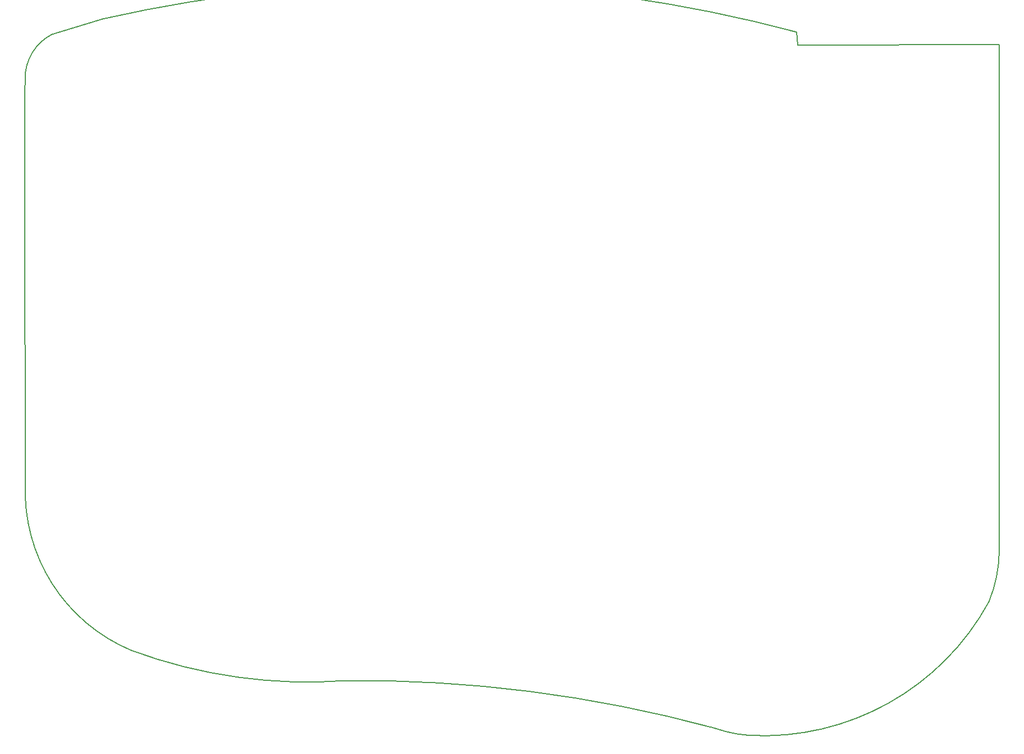
<source format=gbr>
G04 #@! TF.GenerationSoftware,KiCad,Pcbnew,5.1.5+dfsg1-2build2*
G04 #@! TF.CreationDate,2021-01-27T22:51:11+00:00*
G04 #@! TF.ProjectId,left1,6c656674-312e-46b6-9963-61645f706362,rev?*
G04 #@! TF.SameCoordinates,Original*
G04 #@! TF.FileFunction,Profile,NP*
%FSLAX46Y46*%
G04 Gerber Fmt 4.6, Leading zero omitted, Abs format (unit mm)*
G04 Created by KiCad (PCBNEW 5.1.5+dfsg1-2build2) date 2021-01-27 22:51:11*
%MOMM*%
%LPD*%
G04 APERTURE LIST*
%ADD10C,0.200000*%
G04 APERTURE END LIST*
D10*
X157324591Y-155128964D02*
X159565748Y-155792258D01*
X157324591Y-155128963D02*
G75*
G03X101269800Y-147955000I-54239879J-201228008D01*
G01*
X51895970Y-117576772D02*
G75*
G03X68227825Y-143322947I26548599J-1212205D01*
G01*
X159565748Y-155792258D02*
G75*
G03X163258027Y-156392223I5054084J19442203D01*
G01*
X200077682Y-135809680D02*
G75*
G03X201672506Y-127760993I-19938998J8133205D01*
G01*
X68227825Y-143322947D02*
G75*
G03X101269800Y-147955000I27116862J73267868D01*
G01*
X51843849Y-55400295D02*
X51841450Y-57348630D01*
X170509523Y-48121159D02*
G75*
G03X63930991Y-46063662I-57454457J-214728554D01*
G01*
X51840900Y-74679805D02*
X51841400Y-64770000D01*
X163258027Y-156392222D02*
G75*
G03X200077681Y-135809680I2085705J39493130D01*
G01*
X201673782Y-50076447D02*
X201672506Y-127760993D01*
X201673782Y-50076447D02*
X170685982Y-50101847D01*
X51840900Y-74679805D02*
X51895970Y-117576772D01*
X56080891Y-48407782D02*
G75*
G03X51843849Y-55400295I3427946J-6857081D01*
G01*
X170685982Y-50101847D02*
X170509523Y-48121159D01*
X63930991Y-46063662D02*
X56080891Y-48407781D01*
X51841400Y-64770000D02*
X51841450Y-57348630D01*
M02*

</source>
